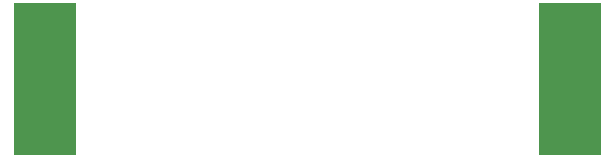
<source format=gbs>
G04 EAGLE Gerber RS-274X export*
G75*
%MOMM*%
%FSLAX34Y34*%
%LPD*%
%INSoldermask Bottom*%
%IPPOS*%
%AMOC8*
5,1,8,0,0,1.08239X$1,22.5*%
G01*
%ADD10C,3.098800*%
%ADD11R,5.207000X12.827000*%


D10*
X467360Y111125D03*
X467360Y15875D03*
D11*
X469900Y63500D03*
D10*
X27940Y15875D03*
X27940Y111125D03*
D11*
X25400Y63500D03*
M02*

</source>
